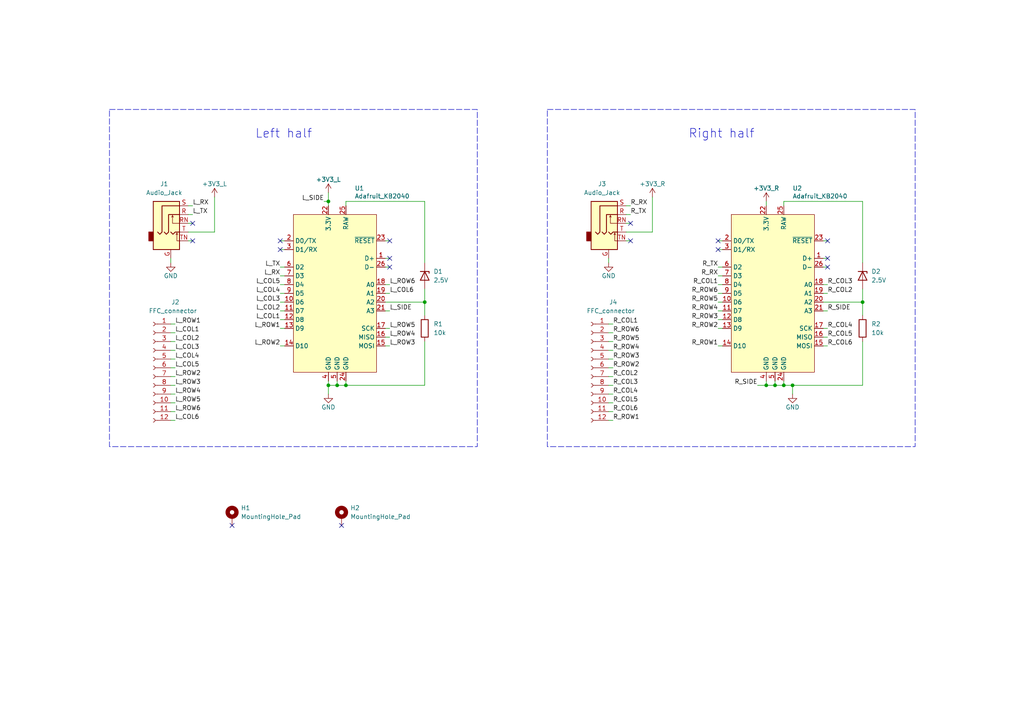
<source format=kicad_sch>
(kicad_sch (version 20250114) (generator "eeschema") (generator_version "9.0")
  (paper "A4")
  (lib_symbols
    (symbol "Connector:AudioJack3_Ground_SwitchTR"
      (property "Reference" "J" (at 0 8.89 0))
      (property "Value" "AudioJack3_Ground_SwitchTR" (at 0 6.35 0))
      (symbol "AudioJack3_Ground_SwitchTR_0_1"
        (rectangle (start -5.08 -5.08) (end -6.35 -7.62) (stroke (width 0.254)) (fill (type outline)))
        (polyline (pts (xy -1.905 -5.08) (xy -1.27 -5.715) (xy -0.635 -5.08) (xy -0.635 0) (xy 2.54 0)) (stroke (width 0.254)))
        (polyline (pts (xy 0 -5.08) (xy 0.635 -5.715) (xy 1.27 -5.08) (xy 2.54 -5.08)) (stroke (width 0.254)))
        (polyline (pts (xy 0.508 -0.254) (xy 0.762 -0.762)))
        (polyline (pts (xy 1.778 -5.334) (xy 2.032 -5.842)))
        (rectangle (start 2.54 3.81) (end -5.08 -10.16) (stroke (width 0.254)) (fill (type background)))
        (polyline (pts (xy 2.54 2.54) (xy -2.54 2.54) (xy -2.54 -5.08) (xy -3.175 -5.715) (xy -3.81 -5.08)) (stroke (width 0.254)))
        (polyline (pts (xy 2.54 -2.54) (xy 0.508 -2.54) (xy 0.508 -0.254) (xy 0.254 -0.762)))
        (polyline (pts (xy 2.54 -7.62) (xy 1.778 -7.62) (xy 1.778 -5.334) (xy 1.524 -5.842)))
      )
      (symbol "AudioJack3_Ground_SwitchTR_1_1"
        (pin passive line (at 0 -12.7 90) (length 2.54) (name "~") (number "G"))
        (pin passive line (at 5.08 2.54 180) (length 2.54) (name "~") (number "S"))
        (pin passive line (at 5.08 0 180) (length 2.54) (name "~") (number "R"))
        (pin passive line (at 5.08 -2.54 180) (length 2.54) (name "~") (number "RN"))
        (pin passive line (at 5.08 -5.08 180) (length 2.54) (name "~") (number "T"))
        (pin passive line (at 5.08 -7.62 180) (length 2.54) (name "~") (number "TN"))
      )
    )
    (symbol "Connector:Conn_01x12_Female" (pin_names (offset 1.016) (hide yes))
      (property "Reference" "J" (at 0 15.24 0))
      (property "Value" "Conn_01x12_Female" (at 0 -17.78 0))
      (symbol "Conn_01x12_Female_1_1"
        (polyline (pts (xy -1.27 12.7) (xy -0.508 12.7)) (stroke (width 0.1524)))
        (polyline (pts (xy -1.27 10.16) (xy -0.508 10.16)) (stroke (width 0.1524)))
        (polyline (pts (xy -1.27 7.62) (xy -0.508 7.62)) (stroke (width 0.1524)))
        (polyline (pts (xy -1.27 5.08) (xy -0.508 5.08)) (stroke (width 0.1524)))
        (polyline (pts (xy -1.27 2.54) (xy -0.508 2.54)) (stroke (width 0.1524)))
        (polyline (pts (xy -1.27 0) (xy -0.508 0)) (stroke (width 0.1524)))
        (polyline (pts (xy -1.27 -2.54) (xy -0.508 -2.54)) (stroke (width 0.1524)))
        (polyline (pts (xy -1.27 -5.08) (xy -0.508 -5.08)) (stroke (width 0.1524)))
        (polyline (pts (xy -1.27 -7.62) (xy -0.508 -7.62)) (stroke (width 0.1524)))
        (polyline (pts (xy -1.27 -10.16) (xy -0.508 -10.16)) (stroke (width 0.1524)))
        (polyline (pts (xy -1.27 -12.7) (xy -0.508 -12.7)) (stroke (width 0.1524)))
        (polyline (pts (xy -1.27 -15.24) (xy -0.508 -15.24)) (stroke (width 0.1524)))
        (arc (start 0 12.192) (mid -0.5058 12.7) (end 0 13.208) (stroke (width 0.1524)))
        (arc (start 0 9.652) (mid -0.5058 10.16) (end 0 10.668) (stroke (width 0.1524)))
        (arc (start 0 7.112) (mid -0.5058 7.62) (end 0 8.128) (stroke (width 0.1524)))
        (arc (start 0 4.572) (mid -0.5058 5.08) (end 0 5.588) (stroke (width 0.1524)))
        (arc (start 0 2.032) (mid -0.5058 2.54) (end 0 3.048) (stroke (width 0.1524)))
        (arc (start 0 -0.508) (mid -0.5058 0) (end 0 0.508) (stroke (width 0.1524)))
        (arc (start 0 -3.048) (mid -0.5058 -2.54) (end 0 -2.032) (stroke (width 0.1524)))
        (arc (start 0 -5.588) (mid -0.5058 -5.08) (end 0 -4.572) (stroke (width 0.1524)))
        (arc (start 0 -8.128) (mid -0.5058 -7.62) (end 0 -7.112) (stroke (width 0.1524)))
        (arc (start 0 -10.668) (mid -0.5058 -10.16) (end 0 -9.652) (stroke (width 0.1524)))
        (arc (start 0 -13.208) (mid -0.5058 -12.7) (end 0 -12.192) (stroke (width 0.1524)))
        (arc (start 0 -15.748) (mid -0.5058 -15.24) (end 0 -14.732) (stroke (width 0.1524)))
        (pin passive line (at -5.08 12.7 0) (length 3.81) (name "Pin_1") (number "1"))
        (pin passive line (at -5.08 10.16 0) (length 3.81) (name "Pin_2") (number "2"))
        (pin passive line (at -5.08 7.62 0) (length 3.81) (name "Pin_3") (number "3"))
        (pin passive line (at -5.08 5.08 0) (length 3.81) (name "Pin_4") (number "4"))
        (pin passive line (at -5.08 2.54 0) (length 3.81) (name "Pin_5") (number "5"))
        (pin passive line (at -5.08 0 0) (length 3.81) (name "Pin_6") (number "6"))
        (pin passive line (at -5.08 -2.54 0) (length 3.81) (name "Pin_7") (number "7"))
        (pin passive line (at -5.08 -5.08 0) (length 3.81) (name "Pin_8") (number "8"))
        (pin passive line (at -5.08 -7.62 0) (length 3.81) (name "Pin_9") (number "9"))
        (pin passive line (at -5.08 -10.16 0) (length 3.81) (name "Pin_10") (number "10"))
        (pin passive line (at -5.08 -12.7 0) (length 3.81) (name "Pin_11") (number "11"))
        (pin passive line (at -5.08 -15.24 0) (length 3.81) (name "Pin_12") (number "12"))
      )
    )
    (symbol "Custom:Adafruit_KB2040"
      (property "Reference" "U" (at -10.16 24.13 0))
      (property "Value" "Adafruit_KB2040" (at 12.7 -24.13 0))
      (symbol "Adafruit_KB2040_0_0"
        (rectangle (start -12.7 22.86) (end 11.43 -22.86) (fill (type background)))
      )
      (symbol "Adafruit_KB2040_1_0"
        (pin bidirectional line (at 13.97 7.62 180) (length 2.54) (name "D-") (number "26"))
      )
      (symbol "Adafruit_KB2040_1_1"
        (pin bidirectional line (at -15.24 15.24 0) (length 2.54) (name "D0/TX") (number "2"))
        (pin bidirectional line (at -15.24 12.7 0) (length 2.54) (name "D1/RX") (number "3"))
        (pin bidirectional line (at -15.24 7.62 0) (length 2.54) (name "D2") (number "6"))
        (pin bidirectional line (at -15.24 5.08 0) (length 2.54) (name "D3") (number "7"))
        (pin bidirectional line (at -15.24 2.54 0) (length 2.54) (name "D4") (number "8"))
        (pin bidirectional line (at -15.24 0 0) (length 2.54) (name "D5") (number "9"))
        (pin bidirectional line (at -15.24 -2.54 0) (length 2.54) (name "D6") (number "10"))
        (pin bidirectional line (at -15.24 -5.08 0) (length 2.54) (name "D7") (number "11"))
        (pin bidirectional line (at -15.24 -7.62 0) (length 2.54) (name "D8") (number "12"))
        (pin bidirectional line (at -15.24 -10.16 0) (length 2.54) (name "D9") (number "13"))
        (pin bidirectional line (at -15.24 -15.24 0) (length 2.54) (name "D10") (number "14"))
        (pin power_in line (at -2.54 25.4 270) (length 2.54) (name "3.3V") (number "22"))
        (pin bidirectional line (at -2.54 -25.4 90) (length 2.54) (name "GND") (number "4"))
        (pin bidirectional line (at 0 -25.4 90) (length 2.54) (name "GND") (number "5"))
        (pin power_in line (at 2.54 25.4 270) (length 2.54) (name "RAW") (number "25"))
        (pin bidirectional line (at 2.54 -25.4 90) (length 2.54) (name "GND") (number "24"))
        (pin input line (at 13.97 15.24 180) (length 2.54) (name "~{RESET}") (number "23"))
        (pin bidirectional line (at 13.97 10.16 180) (length 2.54) (name "D+") (number "1"))
        (pin bidirectional line (at 13.97 2.54 180) (length 2.54) (name "A0") (number "18"))
        (pin bidirectional line (at 13.97 0 180) (length 2.54) (name "A1") (number "19"))
        (pin bidirectional line (at 13.97 -2.54 180) (length 2.54) (name "A2") (number "20"))
        (pin bidirectional line (at 13.97 -5.08 180) (length 2.54) (name "A3") (number "21"))
        (pin bidirectional line (at 13.97 -10.16 180) (length 2.54) (name "SCK") (number "17"))
        (pin bidirectional line (at 13.97 -12.7 180) (length 2.54) (name "MISO") (number "16"))
        (pin bidirectional line (at 13.97 -15.24 180) (length 2.54) (name "MOSI") (number "15"))
      )
    )
    (symbol "Device:D_Zener" (pin_numbers (hide yes)) (pin_names (offset 1.016) (hide yes))
      (property "Reference" "D" (at 0 2.54 0))
      (property "Value" "D_Zener" (at 0 -2.54 0))
      (symbol "D_Zener_0_1"
        (polyline (pts (xy -1.27 -1.27) (xy -1.27 1.27) (xy -0.762 1.27)) (stroke (width 0.254)))
        (polyline (pts (xy 1.27 0) (xy -1.27 0)))
        (polyline (pts (xy 1.27 -1.27) (xy 1.27 1.27) (xy -1.27 0) (xy 1.27 -1.27)) (stroke (width 0.254)))
      )
      (symbol "D_Zener_1_1"
        (pin passive line (at -3.81 0 0) (length 2.54) (name "K") (number "1"))
        (pin passive line (at 3.81 0 180) (length 2.54) (name "A") (number "2"))
      )
    )
    (symbol "Device:R" (pin_numbers (hide yes)) (pin_names (offset 0))
      (property "Reference" "R" (at 2.032 0 90))
      (property "Value" "R" (at 0 0 90))
      (symbol "R_0_1"
        (rectangle (start -1.016 -2.54) (end 1.016 2.54) (stroke (width 0.254)))
      )
      (symbol "R_1_1"
        (pin passive line (at 0 3.81 270) (length 1.27) (name "~") (number "1"))
        (pin passive line (at 0 -3.81 90) (length 1.27) (name "~") (number "2"))
      )
    )
    (symbol "Mechanical:MountingHole_Pad" (pin_numbers (hide yes)) (pin_names (offset 1.016) (hide yes))
      (property "Reference" "H" (at 0 6.35 0))
      (property "Value" "MountingHole_Pad" (at 0 4.445 0))
      (symbol "MountingHole_Pad_0_1"
        (circle (center 0 1.27) (radius 1.27) (stroke (width 1.27)))
      )
      (symbol "MountingHole_Pad_1_1"
        (pin input line (at 0 -2.54 90) (length 2.54) (name "1") (number "1"))
      )
    )
    (symbol "power:+3.3V" (power) (pin_names (offset 0))
      (property "Value" "+3.3V" (at 0 3.556 0))
      (symbol "+3.3V_0_1"
        (polyline (pts (xy -0.762 1.27) (xy 0 2.54)))
        (polyline (pts (xy 0 2.54) (xy 0.762 1.27)))
        (polyline (pts (xy 0 0) (xy 0 2.54)))
      )
      (symbol "+3.3V_1_1"
        (pin power_in line (at 0 0 90) (length 0) (hide yes) (name "+3V3") (number "1"))
      )
    )
    (symbol "power:GND" (power) (pin_names (offset 0))
      (property "Value" "GND" (at 0 -3.81 0))
      (symbol "GND_0_1"
        (polyline (pts (xy 0 0) (xy 0 -1.27) (xy 1.27 -1.27) (xy 0 -2.54) (xy -1.27 -1.27) (xy 0 -1.27)))
      )
      (symbol "GND_1_1"
        (pin power_in line (at 0 0 270) (length 0) (hide yes) (name "GND") (number "1"))
      )
    )
  )
  (rectangle (start 158.75 31.75) (end 265.43 129.54) (stroke (width 0) (type dash)))
  (rectangle (start 31.75 31.75) (end 138.43 129.54) (stroke (width 0) (type dash)))
  (text "Left half" (at 82.296 38.862 0) (effects (font (size 2.54 2.54))))
  (text "Right half" (at 209.296 38.862 0) (effects (font (size 2.54 2.54))))
  (junction (at 95.25 111.76))
  (junction (at 224.79 111.76))
  (junction (at 229.87 111.76))
  (junction (at 123.19 87.63))
  (junction (at 95.25 58.42))
  (junction (at 100.33 111.76))
  (junction (at 97.79 111.76))
  (junction (at 227.33 111.76))
  (junction (at 222.25 111.76))
  (junction (at 250.19 87.63))
  (no_connect (at 182.88 69.85))
  (no_connect (at 208.28 72.39))
  (no_connect (at 55.88 64.77))
  (no_connect (at 55.88 69.85))
  (no_connect (at 208.28 69.85))
  (no_connect (at 240.03 69.85))
  (no_connect (at 113.03 77.47))
  (no_connect (at 81.28 69.85))
  (no_connect (at 81.28 72.39))
  (no_connect (at 113.03 69.85))
  (no_connect (at 113.03 74.93))
  (no_connect (at 240.03 74.93))
  (no_connect (at 240.03 77.47))
  (no_connect (at 67.31 152.4))
  (no_connect (at 99.06 152.4))
  (no_connect (at 182.88 64.77))
  (wire (pts (xy 111.76 87.63) (xy 123.19 87.63)))
  (wire (pts (xy 100.33 58.42) (xy 100.33 59.69)))
  (wire (pts (xy 222.25 110.49) (xy 222.25 111.76)))
  (wire (pts (xy 49.53 99.06) (xy 50.8 99.06)))
  (wire (pts (xy 62.23 57.15) (xy 62.23 67.31)))
  (wire (pts (xy 54.61 64.77) (xy 55.88 64.77)))
  (wire (pts (xy 240.03 82.55) (xy 238.76 82.55)))
  (wire (pts (xy 177.8 104.14) (xy 176.53 104.14)))
  (wire (pts (xy 55.88 62.23) (xy 54.61 62.23)))
  (wire (pts (xy 176.53 74.93) (xy 176.53 76.2)))
  (wire (pts (xy 240.03 85.09) (xy 238.76 85.09)))
  (wire (pts (xy 182.88 62.23) (xy 181.61 62.23)))
  (wire (pts (xy 189.23 57.15) (xy 189.23 67.31)))
  (wire (pts (xy 95.25 58.42) (xy 95.25 59.69)))
  (wire (pts (xy 250.19 83.82) (xy 250.19 87.63)))
  (wire (pts (xy 177.8 96.52) (xy 176.53 96.52)))
  (wire (pts (xy 181.61 69.85) (xy 182.88 69.85)))
  (wire (pts (xy 227.33 110.49) (xy 227.33 111.76)))
  (wire (pts (xy 95.25 111.76) (xy 95.25 114.3)))
  (wire (pts (xy 49.53 101.6) (xy 50.8 101.6)))
  (wire (pts (xy 50.8 93.98) (xy 49.53 93.98)))
  (wire (pts (xy 113.03 97.79) (xy 111.76 97.79)))
  (wire (pts (xy 49.53 96.52) (xy 50.8 96.52)))
  (wire (pts (xy 181.61 64.77) (xy 182.88 64.77)))
  (wire (pts (xy 250.19 99.06) (xy 250.19 111.76)))
  (wire (pts (xy 54.61 69.85) (xy 55.88 69.85)))
  (wire (pts (xy 82.55 95.25) (xy 81.28 95.25)))
  (wire (pts (xy 82.55 92.71) (xy 81.28 92.71)))
  (wire (pts (xy 123.19 99.06) (xy 123.19 111.76)))
  (wire (pts (xy 208.28 82.55) (xy 209.55 82.55)))
  (wire (pts (xy 181.61 67.31) (xy 189.23 67.31)))
  (wire (pts (xy 177.8 101.6) (xy 176.53 101.6)))
  (wire (pts (xy 111.76 100.33) (xy 113.03 100.33)))
  (wire (pts (xy 176.53 93.98) (xy 177.8 93.98)))
  (wire (pts (xy 238.76 69.85) (xy 240.03 69.85)))
  (wire (pts (xy 111.76 77.47) (xy 113.03 77.47)))
  (wire (pts (xy 100.33 58.42) (xy 123.19 58.42)))
  (wire (pts (xy 93.98 58.42) (xy 95.25 58.42)))
  (wire (pts (xy 81.28 82.55) (xy 82.55 82.55)))
  (wire (pts (xy 238.76 74.93) (xy 240.03 74.93)))
  (wire (pts (xy 238.76 87.63) (xy 250.19 87.63)))
  (wire (pts (xy 177.8 121.92) (xy 176.53 121.92)))
  (wire (pts (xy 49.53 74.93) (xy 49.53 76.2)))
  (wire (pts (xy 176.53 114.3) (xy 177.8 114.3)))
  (wire (pts (xy 95.25 55.88) (xy 95.25 58.42)))
  (wire (pts (xy 224.79 110.49) (xy 224.79 111.76)))
  (wire (pts (xy 50.8 116.84) (xy 49.53 116.84)))
  (wire (pts (xy 208.28 77.47) (xy 209.55 77.47)))
  (wire (pts (xy 81.28 77.47) (xy 82.55 77.47)))
  (wire (pts (xy 111.76 74.93) (xy 113.03 74.93)))
  (wire (pts (xy 209.55 85.09) (xy 208.28 85.09)))
  (wire (pts (xy 219.71 111.76) (xy 222.25 111.76)))
  (wire (pts (xy 209.55 95.25) (xy 208.28 95.25)))
  (wire (pts (xy 50.8 111.76) (xy 49.53 111.76)))
  (wire (pts (xy 123.19 58.42) (xy 123.19 76.2)))
  (wire (pts (xy 181.61 59.69) (xy 182.88 59.69)))
  (wire (pts (xy 81.28 80.01) (xy 82.55 80.01)))
  (wire (pts (xy 227.33 58.42) (xy 227.33 59.69)))
  (wire (pts (xy 250.19 58.42) (xy 250.19 76.2)))
  (wire (pts (xy 240.03 95.25) (xy 238.76 95.25)))
  (wire (pts (xy 113.03 95.25) (xy 111.76 95.25)))
  (wire (pts (xy 97.79 110.49) (xy 97.79 111.76)))
  (wire (pts (xy 240.03 97.79) (xy 238.76 97.79)))
  (wire (pts (xy 100.33 111.76) (xy 97.79 111.76)))
  (wire (pts (xy 54.61 59.69) (xy 55.88 59.69)))
  (wire (pts (xy 111.76 69.85) (xy 113.03 69.85)))
  (wire (pts (xy 209.55 90.17) (xy 208.28 90.17)))
  (wire (pts (xy 176.53 106.68) (xy 177.8 106.68)))
  (wire (pts (xy 238.76 77.47) (xy 240.03 77.47)))
  (wire (pts (xy 177.8 99.06) (xy 176.53 99.06)))
  (wire (pts (xy 95.25 110.49) (xy 95.25 111.76)))
  (wire (pts (xy 50.8 119.38) (xy 49.53 119.38)))
  (wire (pts (xy 113.03 82.55) (xy 111.76 82.55)))
  (wire (pts (xy 208.28 69.85) (xy 209.55 69.85)))
  (wire (pts (xy 111.76 90.17) (xy 113.03 90.17)))
  (wire (pts (xy 82.55 85.09) (xy 81.28 85.09)))
  (wire (pts (xy 229.87 111.76) (xy 229.87 114.3)))
  (wire (pts (xy 49.53 106.68) (xy 50.8 106.68)))
  (wire (pts (xy 50.8 114.3) (xy 49.53 114.3)))
  (wire (pts (xy 54.61 67.31) (xy 62.23 67.31)))
  (wire (pts (xy 100.33 110.49) (xy 100.33 111.76)))
  (wire (pts (xy 50.8 121.92) (xy 49.53 121.92)))
  (wire (pts (xy 209.55 92.71) (xy 208.28 92.71)))
  (wire (pts (xy 208.28 72.39) (xy 209.55 72.39)))
  (wire (pts (xy 81.28 69.85) (xy 82.55 69.85)))
  (wire (pts (xy 208.28 80.01) (xy 209.55 80.01)))
  (wire (pts (xy 82.55 90.17) (xy 81.28 90.17)))
  (wire (pts (xy 97.79 111.76) (xy 95.25 111.76)))
  (wire (pts (xy 176.53 116.84) (xy 177.8 116.84)))
  (wire (pts (xy 227.33 111.76) (xy 224.79 111.76)))
  (wire (pts (xy 250.19 87.63) (xy 250.19 91.44)))
  (wire (pts (xy 113.03 85.09) (xy 111.76 85.09)))
  (wire (pts (xy 82.55 87.63) (xy 81.28 87.63)))
  (wire (pts (xy 229.87 111.76) (xy 250.19 111.76)))
  (wire (pts (xy 100.33 111.76) (xy 123.19 111.76)))
  (wire (pts (xy 177.8 119.38) (xy 176.53 119.38)))
  (wire (pts (xy 238.76 100.33) (xy 240.03 100.33)))
  (wire (pts (xy 123.19 83.82) (xy 123.19 87.63)))
  (wire (pts (xy 229.87 111.76) (xy 227.33 111.76)))
  (wire (pts (xy 82.55 100.33) (xy 81.28 100.33)))
  (wire (pts (xy 209.55 87.63) (xy 208.28 87.63)))
  (wire (pts (xy 222.25 58.42) (xy 222.25 59.69)))
  (wire (pts (xy 176.53 111.76) (xy 177.8 111.76)))
  (wire (pts (xy 238.76 90.17) (xy 240.03 90.17)))
  (wire (pts (xy 49.53 104.14) (xy 50.8 104.14)))
  (wire (pts (xy 81.28 72.39) (xy 82.55 72.39)))
  (wire (pts (xy 224.79 111.76) (xy 222.25 111.76)))
  (wire (pts (xy 49.53 109.22) (xy 50.8 109.22)))
  (wire (pts (xy 123.19 87.63) (xy 123.19 91.44)))
  (wire (pts (xy 227.33 58.42) (xy 250.19 58.42)))
  (wire (pts (xy 176.53 109.22) (xy 177.8 109.22)))
  (wire (pts (xy 209.55 100.33) (xy 208.28 100.33)))
  (label "R_COL6" (at 240.03 100.33 0))
  (label "L_COL2" (at 50.8 99.06 0))
  (label "L_COL4" (at 81.28 85.09 180))
  (label "L_SIDE" (at 113.03 90.17 0))
  (label "R_ROW3" (at 208.28 92.71 180))
  (label "L_ROW3" (at 50.8 111.76 0))
  (label "L_COL6" (at 113.03 85.09 0))
  (label "R_ROW4" (at 177.8 101.6 0))
  (label "R_COL6" (at 177.8 119.38 0))
  (label "L_RX" (at 81.28 80.01 180))
  (label "R_SIDE" (at 240.03 90.17 0))
  (label "L_COL3" (at 81.28 87.63 180))
  (label "R_TX" (at 208.28 77.47 180))
  (label "R_ROW5" (at 208.28 87.63 180))
  (label "L_COL6" (at 50.8 121.92 0))
  (label "L_ROW6" (at 50.8 119.38 0))
  (label "L_ROW5" (at 113.03 95.25 0))
  (label "R_SIDE" (at 219.71 111.76 180))
  (label "L_COL2" (at 81.28 90.17 180))
  (label "R_ROW4" (at 208.28 90.17 180))
  (label "L_RX" (at 55.88 59.69 0))
  (label "L_COL4" (at 50.8 104.14 0))
  (label "R_COL3" (at 177.8 111.76 0))
  (label "R_ROW6" (at 177.8 96.52 0))
  (label "R_ROW5" (at 177.8 99.06 0))
  (label "R_TX" (at 182.88 62.23 0))
  (label "R_COL1" (at 177.8 93.98 0))
  (label "R_COL2" (at 177.8 109.22 0))
  (label "R_COL4" (at 240.03 95.25 0))
  (label "L_ROW2" (at 50.8 109.22 0))
  (label "L_COL1" (at 81.28 92.71 180))
  (label "L_ROW5" (at 50.8 116.84 0))
  (label "R_COL5" (at 177.8 116.84 0))
  (label "L_ROW3" (at 113.03 100.33 0))
  (label "L_ROW6" (at 113.03 82.55 0))
  (label "R_ROW6" (at 208.28 85.09 180))
  (label "R_COL4" (at 177.8 114.3 0))
  (label "L_COL3" (at 50.8 101.6 0))
  (label "L_ROW4" (at 50.8 114.3 0))
  (label "L_ROW4" (at 113.03 97.79 0))
  (label "L_COL1" (at 50.8 96.52 0))
  (label "L_SIDE" (at 93.98 58.42 180))
  (label "R_ROW2" (at 208.28 95.25 180))
  (label "L_COL5" (at 50.8 106.68 0))
  (label "L_ROW1" (at 50.8 93.98 0))
  (label "R_COL5" (at 240.03 97.79 0))
  (label "L_TX" (at 81.28 77.47 180))
  (label "L_TX" (at 55.88 62.23 0))
  (label "L_ROW1" (at 81.28 95.25 180))
  (label "R_RX" (at 182.88 59.69 0))
  (label "R_ROW3" (at 177.8 104.14 0))
  (label "R_COL2" (at 240.03 85.09 0))
  (label "R_COL1" (at 208.28 82.55 180))
  (label "L_COL5" (at 81.28 82.55 180))
  (label "R_ROW1" (at 208.28 100.33 180))
  (label "L_ROW2" (at 81.28 100.33 180))
  (label "R_RX" (at 208.28 80.01 180))
  (label "R_ROW1" (at 177.8 121.92 0))
  (label "R_ROW2" (at 177.8 106.68 0))
  (label "R_COL3" (at 240.03 82.55 0))
  (symbol (lib_id "power:GND") (at 176.53 76.2 0) (mirror y) (unit 1)
    (property "Reference" "#PWR04" (effects (hide yes)))
    (property "Value" "GND" (at 176.53 80.01 0))
  )
  (symbol (lib_id "Device:R") (at 123.19 95.25 0) (unit 1)
    (property "Reference" "R1" (at 125.73 93.9799 0) (effects (justify left)))
    (property "Value" "10k" (at 125.73 96.5199 0) (effects (justify left)))
    (property "Footprint" "Resistor_SMD:R_1206_3216Metric" (effects (hide yes)))
    (property "Description" "Resistor" (effects (hide yes)))
  )
  (symbol (lib_id "power:GND") (at 49.53 76.2 0) (mirror y) (unit 1)
    (property "Reference" "#PWR03" (effects (hide yes)))
    (property "Value" "GND" (at 49.53 80.01 0))
  )
  (symbol (lib_id "Connector:Conn_01x12_Female") (at 44.45 106.68 0) (mirror y) (unit 1)
    (property "Reference" "J2" (at 52.07 87.63 0) (effects (justify left)))
    (property "Value" "FFC_connector" (at 57.15 90.17 0) (effects (justify left)))
    (property "Footprint" "Custom:FPC_Connector" (effects (hide yes)))
  )
  (symbol (lib_id "power:GND") (at 95.25 114.3 0) (mirror y) (unit 1)
    (property "Reference" "#PWR02" (effects (hide yes)))
    (property "Value" "GND" (at 95.25 118.11 0))
  )
  (symbol (lib_id "power:+3.3V") (at 95.25 55.88 0) (unit 1)
    (property "Reference" "#PWR01" (effects (hide yes)))
    (property "Value" "+3V3_L" (at 95.25 52.07 0))
  )
  (symbol (lib_id "power:+3.3V") (at 189.23 57.15 0) (unit 1)
    (property "Reference" "#PWR05" (effects (hide yes)))
    (property "Value" "+3V3_R" (at 189.23 53.34 0))
  )
  (symbol (lib_id "power:GND") (at 229.87 114.3 0) (mirror y) (unit 1)
    (property "Reference" "#PWR07" (effects (hide yes)))
    (property "Value" "GND" (at 229.87 118.11 0))
  )
  (symbol (lib_id "Connector:AudioJack3_Ground_SwitchTR") (at 49.53 62.23 0) (unit 1)
    (property "Reference" "J1" (at 47.625 53.34 0))
    (property "Value" "Audio_Jack" (at 47.625 55.88 0))
    (property "Footprint" "Custom:Audio_Jack" (effects (hide yes)))
  )
  (symbol (lib_id "Device:D_Zener") (at 123.19 80.01 270) (unit 1)
    (property "Reference" "D1" (at 125.73 78.7399 90) (effects (justify left)))
    (property "Value" "2.5V" (at 125.73 81.2799 90) (effects (justify left)))
    (property "Footprint" "Diode_SMD:D_MiniMELF" (effects (hide yes)))
    (property "Description" "Zener diode" (effects (hide yes)))
  )
  (symbol (lib_id "power:+3.3V") (at 222.25 58.42 0) (unit 1)
    (property "Reference" "#PWR06" (effects (hide yes)))
    (property "Value" "+3V3_R" (at 222.25 54.61 0))
  )
  (symbol (lib_id "Mechanical:MountingHole_Pad") (at 99.06 149.86 0) (unit 1)
    (property "Reference" "H2" (at 101.6 147.3199 0) (effects (justify left)))
    (property "Value" "MountingHole_Pad" (at 101.6 149.8599 0) (effects (justify left)))
    (property "Footprint" "MountingHole:MountingHole_2.2mm_M2_Pad_Via" (effects (hide yes)))
  )
  (symbol (lib_id "Device:R") (at 250.19 95.25 0) (unit 1)
    (property "Reference" "R2" (at 252.73 93.9799 0) (effects (justify left)))
    (property "Value" "10k" (at 252.73 96.5199 0) (effects (justify left)))
    (property "Footprint" "Resistor_SMD:R_1206_3216Metric" (effects (hide yes)))
    (property "Description" "Resistor" (effects (hide yes)))
  )
  (symbol (lib_id "Custom:Adafruit_KB2040") (at 224.79 85.09 0) (unit 1)
    (property "Reference" "U2" (at 229.87 54.61 0) (effects (justify left)))
    (property "Value" "Adafruit_KB2040" (at 229.87 56.896 0) (effects (justify left)))
    (property "Footprint" "Custom:Adafruit_KB2040" (effects (hide yes)))
    (property "Datasheet" "https://cdn-learn.adafruit.com/downloads/pdf/adafruit-kb2040.pdf" (effects (hide yes)))
  )
  (symbol (lib_id "Connector:AudioJack3_Ground_SwitchTR") (at 176.53 62.23 0) (unit 1)
    (property "Reference" "J3" (at 174.625 53.34 0))
    (property "Value" "Audio_Jack" (at 174.625 55.88 0))
    (property "Footprint" "Custom:Audio_Jack" (effects (hide yes)))
  )
  (symbol (lib_id "Device:D_Zener") (at 250.19 80.01 270) (unit 1)
    (property "Reference" "D2" (at 252.73 78.7399 90) (effects (justify left)))
    (property "Value" "2.5V" (at 252.73 81.2799 90) (effects (justify left)))
    (property "Footprint" "Diode_SMD:D_MiniMELF" (effects (hide yes)))
    (property "Description" "Zener diode" (effects (hide yes)))
  )
  (symbol (lib_id "Connector:Conn_01x12_Female") (at 171.45 106.68 0) (mirror y) (unit 1)
    (property "Reference" "J4" (at 179.07 87.63 0) (effects (justify left)))
    (property "Value" "FFC_connector" (at 184.15 90.17 0) (effects (justify left)))
    (property "Footprint" "Custom:FPC_Connector" (effects (hide yes)))
  )
  (symbol (lib_id "Mechanical:MountingHole_Pad") (at 67.31 149.86 0) (unit 1)
    (property "Reference" "H1" (at 69.85 147.3199 0) (effects (justify left)))
    (property "Value" "MountingHole_Pad" (at 69.85 149.8599 0) (effects (justify left)))
    (property "Footprint" "MountingHole:MountingHole_2.2mm_M2_Pad_Via" (effects (hide yes)))
  )
  (symbol (lib_id "Custom:Adafruit_KB2040") (at 97.79 85.09 0) (unit 1)
    (property "Reference" "U1" (at 102.87 54.61 0) (effects (justify left)))
    (property "Value" "Adafruit_KB2040" (at 102.87 56.896 0) (effects (justify left)))
    (property "Footprint" "Custom:Adafruit_KB2040" (effects (hide yes)))
    (property "Datasheet" "https://cdn-learn.adafruit.com/downloads/pdf/adafruit-kb2040.pdf" (effects (hide yes)))
  )
  (symbol (lib_id "power:+3.3V") (at 62.23 57.15 0) (unit 1)
    (property "Reference" "#PWR0101" (effects (hide yes)))
    (property "Value" "+3V3_L" (at 62.23 53.34 0))
  )
)
</source>
